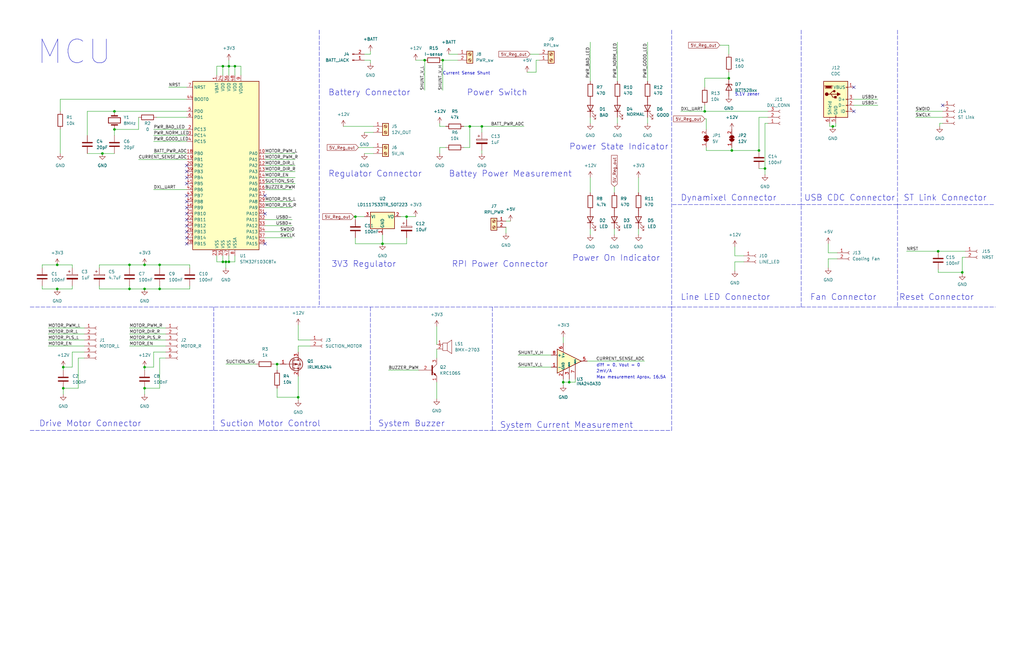
<source format=kicad_sch>
(kicad_sch (version 20211123) (generator eeschema)
  (paper "B")
  (title_block (title "2022_GSR_CLEANBOT"))
  (junction (at 67.31 111.76))
  (junction (at 60.96 121.92))
  (junction (at 99.06 27.94))
  (junction (at 48.26 46.99))
  (junction (at 179.07 25.4))
  (junction (at 54.61 121.92))
  (junction (at 308.61 63.5))
  (junction (at 43.18 64.77))
  (junction (at 203.2 53.34))
  (junction (at 96.52 110.49))
  (junction (at 186.69 25.4))
  (junction (at 48.26 54.61))
  (junction (at 161.29 102.87))
  (junction (at 320.04 63.5))
  (junction (at 95.25 110.49))
  (junction (at 237.49 161.29))
  (junction (at 24.13 111.76))
  (junction (at 26.67 154.94))
  (junction (at 307.34 33.02))
  (junction (at 26.67 163.83))
  (junction (at 240.03 161.29))
  (junction (at 60.96 154.94))
  (junction (at 54.61 111.76))
  (junction (at 96.52 27.94))
  (junction (at 322.58 71.12))
  (junction (at 93.98 27.94))
  (junction (at 171.45 91.44))
  (junction (at 405.765 114.935))
  (junction (at 116.84 153.67))
  (junction (at 67.31 121.92))
  (junction (at 125.73 167.64))
  (junction (at 93.98 110.49))
  (junction (at 149.86 91.44))
  (junction (at 60.96 163.83))
  (junction (at 24.13 121.92))
  (junction (at 395.605 106.045))
  (junction (at 351.155 53.34))
  (junction (at 198.12 53.34))
  (junction (at 60.96 111.76))
  (junction (at 297.18 46.99))
  (no_connect (at 78.74 102.87))
  (no_connect (at 78.74 72.39))
  (no_connect (at 78.74 97.79))
  (no_connect (at 111.76 82.55))
  (no_connect (at 78.74 100.33))
  (no_connect (at 397.51 44.45))
  (no_connect (at 111.76 90.17))
  (no_connect (at 78.74 90.17))
  (no_connect (at 78.74 69.85))
  (no_connect (at 360.045 36.83))
  (no_connect (at 360.045 46.99))
  (no_connect (at 78.74 87.63))
  (no_connect (at 78.74 95.25))
  (no_connect (at 78.74 82.55))
  (no_connect (at 78.74 74.93))
  (no_connect (at 78.74 92.71))
  (no_connect (at 78.74 77.47))
  (no_connect (at 111.76 102.87))
  (no_connect (at 78.74 85.09))
  (wire (pts (xy 185.42 52.07) (xy 185.42 53.34)))
  (wire (pts (xy 187.96 62.23) (xy 185.42 62.23)))
  (wire (pts (xy 313.69 110.49) (xy 309.88 110.49)))
  (wire (pts (xy 30.48 154.94) (xy 26.67 154.94)))
  (wire (pts (xy 54.61 143.51) (xy 69.85 143.51)))
  (wire (pts (xy 111.76 85.09) (xy 123.19 85.09)))
  (wire (pts (xy 240.03 161.29) (xy 242.57 161.29)))
  (wire (pts (xy 33.02 151.13) (xy 33.02 163.83)))
  (wire (pts (xy 161.29 102.87) (xy 171.45 102.87)))
  (wire (pts (xy 186.69 25.4) (xy 193.04 25.4)))
  (wire (pts (xy 111.76 92.71) (xy 123.19 92.71)))
  (wire (pts (xy 48.26 46.99) (xy 78.74 46.99)))
  (wire (pts (xy 33.02 163.83) (xy 26.67 163.83)))
  (wire (pts (xy 323.85 52.07) (xy 322.58 52.07)))
  (wire (pts (xy 64.77 54.61) (xy 78.74 54.61)))
  (wire (pts (xy 111.76 97.79) (xy 123.19 97.79)))
  (wire (pts (xy 223.52 22.86) (xy 227.33 22.86)))
  (wire (pts (xy 237.49 161.29) (xy 240.03 161.29)))
  (wire (pts (xy 386.08 46.99) (xy 397.51 46.99)))
  (wire (pts (xy 151.13 62.23) (xy 157.48 62.23)))
  (polyline (pts (xy 283.21 129.54) (xy 134.62 129.54)))
  (wire (pts (xy 320.04 71.12) (xy 322.58 71.12)))
  (wire (pts (xy 111.76 87.63) (xy 123.19 87.63)))
  (wire (pts (xy 168.91 91.44) (xy 171.45 91.44)))
  (wire (pts (xy 64.77 148.59) (xy 64.77 154.94)))
  (polyline (pts (xy 12.7 129.54) (xy 134.62 129.54)))
  (wire (pts (xy 269.24 74.93) (xy 269.24 81.28)))
  (wire (pts (xy 125.73 137.16) (xy 125.73 143.51)))
  (wire (pts (xy 60.96 121.92) (xy 54.61 121.92)))
  (wire (pts (xy 309.88 107.95) (xy 309.88 104.14)))
  (wire (pts (xy 48.26 54.61) (xy 48.26 57.15)))
  (wire (pts (xy 198.12 53.34) (xy 198.12 62.23)))
  (wire (pts (xy 96.52 25.4) (xy 96.52 27.94)))
  (wire (pts (xy 116.84 153.67) (xy 118.11 153.67)))
  (wire (pts (xy 360.045 41.91) (xy 370.205 41.91)))
  (wire (pts (xy 297.815 50.165) (xy 297.815 54.61)))
  (wire (pts (xy 125.73 167.64) (xy 125.73 158.75)))
  (wire (pts (xy 64.77 59.69) (xy 78.74 59.69)))
  (wire (pts (xy 218.44 154.94) (xy 232.41 154.94)))
  (wire (pts (xy 189.23 22.86) (xy 193.04 22.86)))
  (wire (pts (xy 20.32 146.05) (xy 35.56 146.05)))
  (wire (pts (xy 149.86 102.87) (xy 149.86 100.33)))
  (wire (pts (xy 48.26 54.61) (xy 58.42 54.61)))
  (wire (pts (xy 111.76 80.01) (xy 123.19 80.01)))
  (wire (pts (xy 71.12 36.83) (xy 78.74 36.83)))
  (wire (pts (xy 54.61 146.05) (xy 69.85 146.05)))
  (wire (pts (xy 60.96 156.21) (xy 60.96 154.94)))
  (wire (pts (xy 54.61 111.76) (xy 54.61 113.03)))
  (wire (pts (xy 308.61 63.5) (xy 320.04 63.5)))
  (wire (pts (xy 351.155 53.34) (xy 352.425 53.34)))
  (wire (pts (xy 237.49 160.02) (xy 237.49 161.29)))
  (wire (pts (xy 349.25 106.68) (xy 349.25 102.87)))
  (wire (pts (xy 156.21 21.59) (xy 156.21 22.86)))
  (wire (pts (xy 111.76 100.33) (xy 123.19 100.33)))
  (wire (pts (xy 308.61 63.5) (xy 308.61 62.23)))
  (wire (pts (xy 125.73 143.51) (xy 130.81 143.51)))
  (polyline (pts (xy 378.46 86.36) (xy 378.46 129.54)))
  (wire (pts (xy 99.06 27.94) (xy 101.6 27.94)))
  (wire (pts (xy 320.04 63.5) (xy 320.04 49.53)))
  (wire (pts (xy 80.01 111.76) (xy 80.01 113.03)))
  (polyline (pts (xy 337.82 86.36) (xy 283.21 86.36)))
  (wire (pts (xy 307.34 19.05) (xy 307.34 22.86)))
  (wire (pts (xy 26.67 156.21) (xy 26.67 154.94)))
  (wire (pts (xy 93.98 27.94) (xy 93.98 31.75)))
  (wire (pts (xy 91.44 110.49) (xy 93.98 110.49)))
  (wire (pts (xy 67.31 111.76) (xy 67.31 113.03)))
  (polyline (pts (xy 378.46 12.7) (xy 378.46 86.36)))
  (wire (pts (xy 111.76 95.25) (xy 123.19 95.25)))
  (wire (pts (xy 58.42 67.31) (xy 78.74 67.31)))
  (wire (pts (xy 66.04 49.53) (xy 78.74 49.53)))
  (wire (pts (xy 395.605 114.935) (xy 405.765 114.935)))
  (wire (pts (xy 195.58 53.34) (xy 198.12 53.34)))
  (wire (pts (xy 91.44 31.75) (xy 91.44 27.94)))
  (wire (pts (xy 161.29 102.87) (xy 149.86 102.87)))
  (wire (pts (xy 395.605 106.045) (xy 407.035 106.045)))
  (wire (pts (xy 248.92 96.52) (xy 248.92 99.06)))
  (wire (pts (xy 242.57 160.02) (xy 242.57 161.29)))
  (wire (pts (xy 149.86 91.44) (xy 149.86 92.71)))
  (wire (pts (xy 54.61 120.65) (xy 54.61 121.92)))
  (wire (pts (xy 237.49 142.24) (xy 237.49 144.78)))
  (wire (pts (xy 111.76 69.85) (xy 124.46 69.85)))
  (wire (pts (xy 91.44 27.94) (xy 93.98 27.94)))
  (wire (pts (xy 396.24 52.07) (xy 396.24 53.34)))
  (wire (pts (xy 30.48 148.59) (xy 30.48 154.94)))
  (wire (pts (xy 95.25 110.49) (xy 95.25 113.03)))
  (wire (pts (xy 203.2 53.34) (xy 220.98 53.34)))
  (wire (pts (xy 60.96 111.76) (xy 54.61 111.76)))
  (wire (pts (xy 36.83 46.99) (xy 36.83 57.15)))
  (wire (pts (xy 67.31 120.65) (xy 67.31 121.92)))
  (wire (pts (xy 149.86 91.44) (xy 153.67 91.44)))
  (wire (pts (xy 405.765 108.585) (xy 405.765 114.935)))
  (wire (pts (xy 67.31 111.76) (xy 80.01 111.76)))
  (wire (pts (xy 25.4 41.91) (xy 78.74 41.91)))
  (polyline (pts (xy 283.21 129.54) (xy 337.82 129.54)))
  (wire (pts (xy 111.76 74.93) (xy 124.46 74.93)))
  (wire (pts (xy 259.08 78.74) (xy 259.08 81.28)))
  (polyline (pts (xy 378.46 86.36) (xy 419.1 86.36)))
  (wire (pts (xy 93.98 110.49) (xy 95.25 110.49)))
  (wire (pts (xy 116.84 153.67) (xy 116.84 156.21)))
  (wire (pts (xy 163.83 156.21) (xy 176.53 156.21)))
  (wire (pts (xy 260.35 49.53) (xy 260.35 52.07)))
  (wire (pts (xy 41.91 121.92) (xy 54.61 121.92)))
  (wire (pts (xy 36.83 64.77) (xy 43.18 64.77)))
  (polyline (pts (xy 283.21 12.7) (xy 283.21 129.54)))
  (wire (pts (xy 287.02 46.99) (xy 297.18 46.99)))
  (wire (pts (xy 297.815 62.23) (xy 297.815 63.5)))
  (wire (pts (xy 386.08 49.53) (xy 397.51 49.53)))
  (wire (pts (xy 307.34 30.48) (xy 307.34 33.02)))
  (wire (pts (xy 397.51 52.07) (xy 396.24 52.07)))
  (wire (pts (xy 35.56 148.59) (xy 30.48 148.59)))
  (wire (pts (xy 60.96 163.83) (xy 60.96 166.37)))
  (wire (pts (xy 303.53 19.05) (xy 307.34 19.05)))
  (wire (pts (xy 80.01 120.65) (xy 80.01 121.92)))
  (wire (pts (xy 273.05 17.78) (xy 273.05 34.29)))
  (wire (pts (xy 186.69 25.4) (xy 186.69 38.1)))
  (wire (pts (xy 17.78 111.76) (xy 24.13 111.76)))
  (wire (pts (xy 297.18 44.45) (xy 297.18 46.99)))
  (wire (pts (xy 171.45 91.44) (xy 175.26 91.44)))
  (wire (pts (xy 297.18 46.99) (xy 323.85 46.99)))
  (polyline (pts (xy 337.82 129.54) (xy 337.82 86.36)))
  (wire (pts (xy 35.56 151.13) (xy 33.02 151.13)))
  (wire (pts (xy 96.52 27.94) (xy 96.52 31.75)))
  (wire (pts (xy 41.91 113.03) (xy 41.91 111.76)))
  (wire (pts (xy 349.885 53.34) (xy 349.885 52.07)))
  (wire (pts (xy 153.67 25.4) (xy 156.21 25.4)))
  (wire (pts (xy 185.42 53.34) (xy 187.96 53.34)))
  (wire (pts (xy 153.67 55.88) (xy 157.48 55.88)))
  (wire (pts (xy 93.98 27.94) (xy 96.52 27.94)))
  (wire (pts (xy 24.13 111.76) (xy 30.48 111.76)))
  (wire (pts (xy 273.05 49.53) (xy 273.05 52.07)))
  (wire (pts (xy 54.61 140.97) (xy 69.85 140.97)))
  (polyline (pts (xy 337.82 12.7) (xy 337.82 86.36)))
  (wire (pts (xy 260.35 17.78) (xy 260.35 34.29)))
  (wire (pts (xy 99.06 110.49) (xy 99.06 107.95)))
  (wire (pts (xy 64.77 154.94) (xy 60.96 154.94)))
  (wire (pts (xy 360.045 44.45) (xy 370.205 44.45)))
  (wire (pts (xy 353.06 109.22) (xy 349.25 109.22)))
  (wire (pts (xy 213.36 93.345) (xy 215.265 93.345)))
  (wire (pts (xy 179.07 25.4) (xy 179.07 38.1)))
  (polyline (pts (xy 90.17 181.61) (xy 156.21 181.61)))
  (wire (pts (xy 93.98 107.95) (xy 93.98 110.49)))
  (wire (pts (xy 101.6 27.94) (xy 101.6 31.75)))
  (wire (pts (xy 99.06 27.94) (xy 99.06 31.75)))
  (polyline (pts (xy 378.46 129.54) (xy 337.82 129.54)))
  (wire (pts (xy 41.91 120.65) (xy 41.91 121.92)))
  (wire (pts (xy 144.78 53.34) (xy 157.48 53.34)))
  (wire (pts (xy 309.88 110.49) (xy 309.88 114.3)))
  (wire (pts (xy 69.85 151.13) (xy 67.31 151.13)))
  (wire (pts (xy 60.96 111.76) (xy 67.31 111.76)))
  (polyline (pts (xy 207.645 181.61) (xy 207.645 129.54)))
  (wire (pts (xy 395.605 113.665) (xy 395.605 114.935)))
  (wire (pts (xy 218.44 149.86) (xy 232.41 149.86)))
  (wire (pts (xy 125.73 146.05) (xy 125.73 148.59)))
  (wire (pts (xy 69.85 148.59) (xy 64.77 148.59)))
  (wire (pts (xy 237.49 161.29) (xy 237.49 162.56)))
  (polyline (pts (xy 134.62 12.7) (xy 134.62 129.54)))
  (wire (pts (xy 405.765 114.935) (xy 405.765 115.57)))
  (wire (pts (xy 95.25 153.67) (xy 107.95 153.67)))
  (wire (pts (xy 125.73 167.64) (xy 125.73 168.91)))
  (wire (pts (xy 198.12 53.34) (xy 203.2 53.34)))
  (wire (pts (xy 226.06 25.4) (xy 226.06 30.48)))
  (polyline (pts (xy 283.21 181.61) (xy 283.21 129.54)))
  (wire (pts (xy 96.52 27.94) (xy 99.06 27.94)))
  (wire (pts (xy 111.76 77.47) (xy 124.46 77.47)))
  (wire (pts (xy 161.29 99.06) (xy 161.29 102.87)))
  (wire (pts (xy 171.45 91.44) (xy 171.45 92.71)))
  (wire (pts (xy 17.78 121.92) (xy 24.13 121.92)))
  (wire (pts (xy 111.76 67.31) (xy 124.46 67.31)))
  (wire (pts (xy 153.67 64.77) (xy 157.48 64.77)))
  (wire (pts (xy 407.035 108.585) (xy 405.765 108.585)))
  (wire (pts (xy 17.78 113.03) (xy 17.78 111.76)))
  (polyline (pts (xy 156.21 181.61) (xy 207.645 181.61)))
  (wire (pts (xy 25.4 41.91) (xy 25.4 46.99)))
  (wire (pts (xy 64.77 64.77) (xy 78.74 64.77)))
  (polyline (pts (xy 207.645 181.61) (xy 283.21 181.61)))
  (wire (pts (xy 247.65 152.4) (xy 271.78 152.4)))
  (wire (pts (xy 297.18 50.165) (xy 297.815 50.165)))
  (polyline (pts (xy 12.7 181.61) (xy 90.17 181.61)))
  (wire (pts (xy 248.92 49.53) (xy 248.92 52.07)))
  (wire (pts (xy 111.76 72.39) (xy 124.46 72.39)))
  (wire (pts (xy 156.21 25.4) (xy 156.21 26.67)))
  (wire (pts (xy 149.225 91.44) (xy 149.86 91.44)))
  (wire (pts (xy 175.26 25.4) (xy 179.07 25.4)))
  (wire (pts (xy 349.885 53.34) (xy 351.155 53.34)))
  (wire (pts (xy 48.26 46.99) (xy 36.83 46.99)))
  (polyline (pts (xy 337.82 86.36) (xy 378.46 86.36)))
  (polyline (pts (xy 90.17 129.54) (xy 90.17 181.61)))
  (wire (pts (xy 213.36 95.885) (xy 213.36 98.425)))
  (wire (pts (xy 111.76 64.77) (xy 124.46 64.77)))
  (wire (pts (xy 185.42 62.23) (xy 185.42 64.77)))
  (wire (pts (xy 116.84 167.64) (xy 125.73 167.64)))
  (wire (pts (xy 95.25 110.49) (xy 96.52 110.49)))
  (wire (pts (xy 259.08 96.52) (xy 259.08 99.06)))
  (wire (pts (xy 227.33 25.4) (xy 226.06 25.4)))
  (wire (pts (xy 115.57 153.67) (xy 116.84 153.67)))
  (wire (pts (xy 20.32 138.43) (xy 35.56 138.43)))
  (wire (pts (xy 353.06 106.68) (xy 349.25 106.68)))
  (wire (pts (xy 96.52 107.95) (xy 96.52 110.49)))
  (wire (pts (xy 184.15 147.32) (xy 184.15 151.13)))
  (wire (pts (xy 307.34 33.02) (xy 297.18 33.02)))
  (wire (pts (xy 64.77 80.01) (xy 78.74 80.01)))
  (wire (pts (xy 54.61 138.43) (xy 69.85 138.43)))
  (wire (pts (xy 269.24 96.52) (xy 269.24 99.06)))
  (wire (pts (xy 30.48 120.65) (xy 30.48 121.92)))
  (wire (pts (xy 248.92 17.78) (xy 248.92 34.29)))
  (wire (pts (xy 24.13 121.92) (xy 30.48 121.92)))
  (wire (pts (xy 313.69 107.95) (xy 309.88 107.95)))
  (wire (pts (xy 96.52 110.49) (xy 99.06 110.49)))
  (wire (pts (xy 26.67 163.83) (xy 26.67 166.37)))
  (wire (pts (xy 352.425 53.34) (xy 352.425 52.07)))
  (wire (pts (xy 30.48 111.76) (xy 30.48 113.03)))
  (polyline (pts (xy 378.46 129.54) (xy 419.735 129.54)))
  (wire (pts (xy 25.4 54.61) (xy 25.4 64.77)))
  (wire (pts (xy 116.84 163.83) (xy 116.84 167.64)))
  (wire (pts (xy 67.31 163.83) (xy 60.96 163.83)))
  (wire (pts (xy 184.15 161.29) (xy 184.15 168.275)))
  (wire (pts (xy 349.25 109.22) (xy 349.25 113.03)))
  (wire (pts (xy 382.27 106.045) (xy 395.605 106.045)))
  (wire (pts (xy 41.91 111.76) (xy 54.61 111.76)))
  (wire (pts (xy 20.32 140.97) (xy 35.56 140.97)))
  (wire (pts (xy 195.58 62.23) (xy 198.12 62.23)))
  (wire (pts (xy 240.03 161.29) (xy 240.03 160.02)))
  (wire (pts (xy 67.31 121.92) (xy 60.96 121.92)))
  (wire (pts (xy 153.67 22.86) (xy 156.21 22.86)))
  (wire (pts (xy 248.92 74.93) (xy 248.92 81.28)))
  (wire (pts (xy 322.58 52.07) (xy 322.58 71.12)))
  (wire (pts (xy 171.45 102.87) (xy 171.45 100.33)))
  (polyline (pts (xy 156.21 181.61) (xy 156.21 129.54)))
  (wire (pts (xy 222.25 30.48) (xy 226.06 30.48)))
  (wire (pts (xy 64.77 57.15) (xy 78.74 57.15)))
  (wire (pts (xy 203.2 64.77) (xy 203.2 63.5)))
  (wire (pts (xy 43.18 64.77) (xy 48.26 64.77)))
  (wire (pts (xy 80.01 121.92) (xy 67.31 121.92)))
  (wire (pts (xy 67.31 151.13) (xy 67.31 163.83)))
  (wire (pts (xy 184.15 137.795) (xy 184.15 145.415)))
  (wire (pts (xy 322.58 71.12) (xy 322.58 73.66)))
  (wire (pts (xy 297.18 33.02) (xy 297.18 36.83)))
  (wire (pts (xy 17.78 120.65) (xy 17.78 121.92)))
  (wire (pts (xy 130.81 146.05) (xy 125.73 146.05)))
  (wire (pts (xy 91.44 107.95) (xy 91.44 110.49)))
  (wire (pts (xy 203.2 53.34) (xy 203.2 55.88)))
  (wire (pts (xy 320.04 49.53) (xy 323.85 49.53)))
  (wire (pts (xy 297.815 63.5) (xy 308.61 63.5)))
  (wire (pts (xy 20.32 143.51) (xy 35.56 143.51)))
  (wire (pts (xy 58.42 54.61) (xy 58.42 49.53)))
  (text "Suction Motor Control" (at 92.71 180.34 0) (effects (font (size 2.54 2.54)) (justify left bottom)))
  (text "Max mesurement Aprox. 16.5A" (at 251.46 160.02 0) (effects (font (size 1.27 1.27)) (justify left bottom)))
  (text "Battey Power Measurement" (at 189.23 74.93 0) (effects (font (size 2.54 2.54)) (justify left bottom)))
  (text "3V3 Regulator" (at 139.7 113.03 0) (effects (font (size 2.54 2.54)) (justify left bottom)))
  (text "Battery Connector" (at 138.43 40.64 0) (effects (font (size 2.54 2.54)) (justify left bottom)))
  (text "Reset Connector" (at 379.095 127 0) (effects (font (size 2.54 2.54)) (justify left bottom)))
  (text "Regulator Connector" (at 138.43 74.93 0) (effects (font (size 2.54 2.54)) (justify left bottom)))
  (text "ST Link Connector" (at 381 85.09 0) (effects (font (size 2.54 2.54)) (justify left bottom)))
  (text "Power On Indicator" (at 241.3 110.49 0) (effects (font (size 2.54 2.54)) (justify left bottom)))
  (text "MCU" (at 15.24 27.94 0) (effects (font (size 10 10)) (justify left bottom)))
  (text "RPI Power Connector" (at 190.5 113.03 0) (effects (font (size 2.54 2.54)) (justify left bottom)))
  (text "Fan Connector" (at 341.63 127 0) (effects (font (size 2.54 2.54)) (justify left bottom)))
  (text "Power Switch" (at 196.85 40.64 0) (effects (font (size 2.54 2.54)) (justify left bottom)))
  (text "Current Sense Shunt" (at 186.69 31.75 0) (effects (font (size 1.27 1.27)) (justify left bottom)))
  (text "System Current Measurement" (at 210.82 180.975 0) (effects (font (size 2.54 2.54)) (justify left bottom)))
  (text "System Buzzer" (at 159.385 180.34 0) (effects (font (size 2.54 2.54)) (justify left bottom)))
  (text "2mV/A" (at 251.46 157.48 0) (effects (font (size 1.27 1.27)) (justify left bottom)))
  (text "diff = 0, Vout = 0" (at 251.46 154.94 0) (effects (font (size 1.27 1.27)) (justify left bottom)))
  (text "Power State Indicator" (at 240.03 63.5 0) (effects (font (size 2.54 2.54)) (justify left bottom)))
  (text "Drive Motor Connector" (at 16.51 180.34 0) (effects (font (size 2.54 2.54)) (justify left bottom)))
  (text "Dynamixel Connector" (at 287.02 85.09 0) (effects (font (size 2.54 2.54)) (justify left bottom)))
  (text "Line LED Connector" (at 287.02 127 0) (effects (font (size 2.54 2.54)) (justify left bottom)))
  (text "USB CDC Connector" (at 339.09 85.09 0) (effects (font (size 2.54 2.54)) (justify left bottom)))
  (text "5.1V zener" (at 309.88 40.64 0) (effects (font (size 1.27 1.27)) (justify left bottom)))
  (label "SWDIO" (at 386.08 46.99 0))
  (label "PWR_GOOD_LED" (at 273.05 33.02 90))
  (label "MOTOR_DIR_L" (at 111.76 69.85 0))
  (label "MOTOR_PWM_L" (at 111.76 64.77 0))
  (label "MOTOR_DIR_R" (at 54.61 140.97 0))
  (label "BUZZER_PWM" (at 111.76 80.01 0))
  (label "PWR_NORM_LED" (at 64.77 57.15 0))
  (label "NRST" (at 382.27 106.045 0))
  (label "USBD-" (at 123.19 92.71 180))
  (label "SUCTION_SIG" (at 111.76 77.47 0))
  (label "SWDIO" (at 118.11 97.79 0))
  (label "USBD-" (at 370.205 44.45 180))
  (label "PWR_GOOD_LED" (at 64.77 59.69 0))
  (label "SUCTION_SIG" (at 95.25 153.67 0))
  (label "CURRENT_SENSE_ADC" (at 271.78 152.4 180))
  (label "MOTOR_PLS_L" (at 20.32 143.51 0))
  (label "USBD+" (at 123.19 95.25 180))
  (label "MOTOR_PWM_R" (at 111.76 67.31 0))
  (label "MOTOR_EN" (at 111.76 74.93 0))
  (label "PWR_BAD_LED" (at 248.92 33.02 90))
  (label "DXL_UART" (at 64.77 80.01 0))
  (label "MOTOR_PLS_R" (at 54.61 143.51 0))
  (label "SHUNT_V_L" (at 218.44 154.94 0))
  (label "DXL_UART" (at 287.02 46.99 0))
  (label "SWCLK" (at 118.11 100.33 0))
  (label "NRST" (at 71.12 36.83 0))
  (label "MOTOR_PLS_L" (at 111.76 85.09 0))
  (label "USBD+" (at 370.205 41.91 180))
  (label "BATT_PWR_ADC" (at 64.77 64.77 0))
  (label "SHUNT_V_H" (at 186.69 38.1 90))
  (label "BATT_PWR_ADC" (at 207.01 53.34 0))
  (label "SWCLK" (at 386.08 49.53 0))
  (label "SHUNT_V_H" (at 218.44 149.86 0))
  (label "MOTOR_EN" (at 54.61 146.05 0))
  (label "MOTOR_DIR_L" (at 20.32 140.97 0))
  (label "MOTOR_PWM_R" (at 54.61 138.43 0))
  (label "CURRENT_SENSE_ADC" (at 58.42 67.31 0))
  (label "MOTOR_PLS_R" (at 111.76 87.63 0))
  (label "PWR_BAD_LED" (at 64.77 54.61 0))
  (label "MOTOR_DIR_R" (at 111.76 72.39 0))
  (label "PWR_NORM_LED" (at 260.35 33.02 90))
  (label "MOTOR_PWM_L" (at 20.32 138.43 0))
  (label "SHUNT_V_L" (at 179.07 38.1 90))
  (label "BUZZER_PWM" (at 163.83 156.21 0))
  (label "MOTOR_EN" (at 20.32 146.05 0))
  (global_label "5V_Reg_out" (shape input) (at 151.13 62.23 180) (property "Intersheet References" "${INTERSHEET_REFS}" (effects hide)))
  (global_label "5V_Reg_out" (shape input) (at 259.08 78.74 90) (property "Intersheet References" "${INTERSHEET_REFS}" (effects hide)))
  (global_label "5V_Reg_out" (shape input) (at 223.52 22.86 180) (property "Intersheet References" "${INTERSHEET_REFS}" (effects hide)))
  (global_label "5V_Reg_out" (shape input) (at 149.225 91.44 180) (property "Intersheet References" "${INTERSHEET_REFS}" (effects hide)))
  (global_label "5V_Reg_out" (shape input) (at 297.18 50.165 180) (property "Intersheet References" "${INTERSHEET_REFS}" (effects hide)))
  (global_label "5V_Reg_out" (shape input) (at 303.53 19.05 180) (property "Intersheet References" "${INTERSHEET_REFS}" (effects hide)))
  (symbol (lib_id "Device:LED") (at 269.24 92.71 90) (unit 1)
    (property "Reference" "D5" (at 273.05 93.0274 90) (effects (justify right)))
    (property "Value" "LED" (at 273.05 95.5674 90) (effects (justify right)))
    (property "Footprint" "LED_SMD:LED_0603_1608Metric_Pad1.05x0.95mm_HandSolder" (effects hide))
  )
  (symbol (lib_id "power:+3.3V") (at 269.24 74.93 0) (unit 1)
    (property "Reference" "#PWR039" (effects hide))
    (property "Value" "+3.3V" (at 269.24 69.85 0))
  )
  (symbol (lib_id "Device:R") (at 259.08 85.09 0) (unit 1)
    (property "Reference" "R9" (at 261.62 83.8199 0) (effects (justify left)))
    (property "Value" "470" (at 261.62 86.3599 0) (effects (justify left)))
    (property "Footprint" "Resistor_SMD:R_0603_1608Metric_Pad0.98x0.95mm_HandSolder" (effects hide))
  )
  (symbol (lib_id "power:GND") (at 95.25 113.03 0) (unit 1)
    (property "Reference" "#PWR011" (effects hide))
    (property "Value" "GND" (at 95.25 118.11 0))
  )
  (symbol (lib_id "Device:R") (at 260.35 38.1 0) (unit 1)
    (property "Reference" "R10" (at 262.89 36.8299 0) (effects (justify left)))
    (property "Value" "470" (at 262.89 39.3699 0) (effects (justify left)))
    (property "Footprint" "Resistor_SMD:R_0603_1608Metric_Pad0.98x0.95mm_HandSolder" (effects hide))
  )
  (symbol (lib_id "power:GND") (at 307.34 40.64 0) (unit 1)
    (property "Reference" "#PWR044" (effects hide))
    (property "Value" "GND" (at 307.34 45.72 0))
  )
  (symbol (lib_id "power:+12V") (at 185.42 52.07 0) (unit 1)
    (property "Reference" "#PWR025" (effects hide))
    (property "Value" "+12V" (at 185.42 46.99 0))
  )
  (symbol (lib_id "Device:C") (at 80.01 116.84 0) (unit 1)
    (property "Reference" "C10" (at 83.82 115.5699 0) (effects (justify left)))
    (property "Value" "100nF" (at 83.82 118.1099 0) (effects (justify left)))
    (property "Footprint" "Capacitor_SMD:C_0603_1608Metric_Pad1.08x0.95mm_HandSolder" (effects hide))
  )
  (symbol (lib_id "power:+5V") (at 349.25 102.87 0) (unit 1)
    (property "Reference" "#PWR049" (effects hide))
    (property "Value" "+5V" (at 349.25 97.79 0))
  )
  (symbol (lib_id "Device:R") (at 25.4 50.8 0) (unit 1)
    (property "Reference" "R1" (at 27.94 49.5299 0) (effects (justify left)))
    (property "Value" "10k" (at 27.94 52.0699 0) (effects (justify left)))
    (property "Footprint" "Resistor_SMD:R_0603_1608Metric_Pad0.98x0.95mm_HandSolder" (effects hide))
  )
  (symbol (lib_id "Connector:Conn_01x02_Male") (at 148.59 25.4 0) (mirror x) (unit 1)
    (property "Reference" "J4" (at 147.32 22.8599 0) (effects (justify right)))
    (property "Value" "BATT_JACK" (at 147.32 25.3999 0) (effects (justify right)))
    (property "Footprint" "Connector_AMASS:AMASS_XT30U-F_1x02_P5.0mm_Vertical" (effects hide))
  )
  (symbol (lib_id "Diode:BZT52Bxx") (at 307.34 36.83 270) (unit 1)
    (property "Reference" "D7" (at 309.88 35.5599 90) (effects (justify left)))
    (property "Value" "BZT52Bxx" (at 309.88 38.0999 90) (effects (justify left)))
    (property "Footprint" "Diode_SMD:D_SOD-123F" (effects hide))
    (property "Datasheet" "https://diotec.com/tl_files/diotec/files/pdf/datasheets/bzt52b2v4.pdf" (effects hide))
  )
  (symbol (lib_id "power:+BATT") (at 156.21 21.59 0) (unit 1)
    (property "Reference" "#PWR019" (effects hide))
    (property "Value" "+BATT" (at 156.21 16.51 0))
  )
  (symbol (lib_id "Connector:Conn_01x03_Female") (at 328.93 49.53 0) (mirror x) (unit 1)
    (property "Reference" "J11" (at 328.295 41.91 0))
    (property "Value" "DXL_CONN" (at 328.295 44.45 0))
    (property "Footprint" "Connector_Molex:Molex_SPOX_5267-03A_1x03_P2.50mm_Vertical" (effects hide))
  )
  (symbol (lib_id "Device:LED") (at 248.92 45.72 90) (unit 1)
    (property "Reference" "D1" (at 252.73 46.0374 90) (effects (justify right)))
    (property "Value" "BAD" (at 252.73 48.5774 90) (effects (justify right)))
    (property "Footprint" "LED_SMD:LED_0603_1608Metric_Pad1.05x0.95mm_HandSolder" (effects hide))
  )
  (symbol (lib_id "Connector:Screw_Terminal_01x02") (at 208.28 93.345 0) (mirror y) (unit 1)
    (property "Reference" "J7" (at 208.28 86.995 0))
    (property "Value" "RPI_PWR" (at 208.28 89.535 0))
    (property "Footprint" "Connector_Molex:Molex_Mini-Fit_Jr_5566-02A_2x01_P4.20mm_Vertical" (effects hide))
  )
  (symbol (lib_id "power:+3V3") (at 24.13 111.76 0) (unit 1)
    (property "Reference" "#PWR01" (effects hide))
    (property "Value" "+3V3" (at 24.13 106.68 0))
  )
  (symbol (lib_id "power:+12V") (at 248.92 74.93 0) (unit 1)
    (property "Reference" "#PWR034" (effects hide))
    (property "Value" "+12V" (at 248.92 69.85 0))
  )
  (symbol (lib_id "power:GND") (at 161.29 102.87 0) (unit 1)
    (property "Reference" "#PWR021" (effects hide))
    (property "Value" "GND" (at 161.29 107.95 0))
  )
  (symbol (lib_id "Device:LED") (at 273.05 45.72 90) (unit 1)
    (property "Reference" "D6" (at 276.86 46.0374 90) (effects (justify right)))
    (property "Value" "GOOD" (at 276.86 48.5774 90) (effects (justify right)))
    (property "Footprint" "LED_SMD:LED_0603_1608Metric_Pad1.05x0.95mm_HandSolder" (effects hide))
  )
  (symbol (lib_id "Device:R") (at 307.34 26.67 0) (unit 1)
    (property "Reference" "R14" (at 309.88 25.3999 0) (effects (justify left)))
    (property "Value" "160" (at 309.88 27.9399 0) (effects (justify left)))
    (property "Footprint" "Resistor_SMD:R_0603_1608Metric_Pad0.98x0.95mm_HandSolder" (effects hide))
  )
  (symbol (lib_id "Connector:Conn_01x04_Female") (at 402.59 46.99 0) (unit 1)
    (property "Reference" "J14" (at 403.86 46.9899 0) (effects (justify left)))
    (property "Value" "ST Link" (at 403.86 49.5299 0) (effects (justify left)))
    (property "Footprint" "myFootprint:5045-04" (effects hide))
  )
  (symbol (lib_id "Connector:Conn_01x02_Female") (at 412.115 106.045 0) (unit 1)
    (property "Reference" "J15" (at 414.02 106.0449 0) (effects (justify left)))
    (property "Value" "NRST" (at 414.02 108.5849 0) (effects (justify left)))
    (property "Footprint" "Connector_Molex:Molex_SPOX_5267-02A_1x02_P2.50mm_Vertical" (effects hide))
  )
  (symbol (lib_id "power:GND") (at 26.67 166.37 0) (unit 1)
    (property "Reference" "#PWR05" (effects hide))
    (property "Value" "GND" (at 26.67 171.45 0))
  )
  (symbol (lib_id "Device:R") (at 182.88 25.4 90) (unit 1)
    (property "Reference" "R15" (at 182.88 20.32 90))
    (property "Value" "I-sense" (at 182.88 22.86 90))
    (property "Footprint" "myFootprint:Shunt_6.3x3.3mm_SMD" (effects hide))
  )
  (symbol (lib_id "Connector:Screw_Terminal_01x02") (at 198.12 22.86 0) (unit 1)
    (property "Reference" "J8" (at 200.66 22.8599 0) (effects (justify left)))
    (property "Value" "PWR_sw" (at 200.66 25.3999 0) (effects (justify left)))
    (property "Footprint" "Connector_Molex:Molex_Mini-Fit_Jr_5566-02A_2x01_P4.20mm_Vertical" (effects hide))
  )
  (symbol (lib_id "power:+5V") (at 215.265 93.345 0) (unit 1)
    (property "Reference" "#PWR031" (effects hide))
    (property "Value" "+5V" (at 215.265 88.265 0))
  )
  (symbol (lib_id "Device:C_Polarized") (at 203.2 59.69 0) (unit 1)
    (property "Reference" "C13" (at 207.01 57.5309 0) (effects (justify left)))
    (property "Value" "1uF" (at 207.01 60.0709 0) (effects (justify left)))
    (property "Footprint" "Capacitor_Tantalum_SMD:CP_EIA-3216-18_Kemet-A" (effects hide))
  )
  (symbol (lib_id "power:GND") (at 24.13 121.92 0) (unit 1)
    (property "Reference" "#PWR02" (effects hide))
    (property "Value" "GND" (at 24.13 127 0))
  )
  (symbol (lib_id "power:GND") (at 396.24 53.34 0) (unit 1)
    (property "Reference" "#PWR052" (effects hide))
    (property "Value" "GND" (at 396.24 58.42 0))
  )
  (symbol (lib_id "Jumper:SolderJumper_2_Bridged") (at 297.815 58.42 90) (unit 1)
    (property "Reference" "JP1" (at 300.355 57.1499 90) (effects (justify right)))
    (property "Value" "5V" (at 300.355 59.6899 90) (effects (justify right)))
    (property "Footprint" "Jumper:SolderJumper-2_P1.3mm_Open_RoundedPad1.0x1.5mm" (effects hide))
  )
  (symbol (lib_id "power:GND") (at 25.4 64.77 0) (unit 1)
    (property "Reference" "#PWR03" (effects hide))
    (property "Value" "GND" (at 25.4 69.85 0))
  )
  (symbol (lib_id "Device:C") (at 36.83 60.96 0) (unit 1)
    (property "Reference" "C4" (at 40.64 59.6899 0) (effects (justify left)))
    (property "Value" "20pF" (at 40.64 62.2299 0) (effects (justify left)))
    (property "Footprint" "Capacitor_SMD:C_0603_1608Metric_Pad1.08x0.95mm_HandSolder" (effects hide))
  )
  (symbol (lib_id "power:GND") (at 248.92 99.06 0) (unit 1)
    (property "Reference" "#PWR035" (effects hide))
    (property "Value" "GND" (at 248.92 104.14 0))
  )
  (symbol (lib_id "power:GND") (at 405.765 115.57 0) (unit 1)
    (property "Reference" "#PWR0101" (effects hide))
    (property "Value" "GND" (at 405.765 120.015 0))
  )
  (symbol (lib_id "Device:R") (at 248.92 85.09 0) (unit 1)
    (property "Reference" "R8" (at 251.46 83.8199 0) (effects (justify left)))
    (property "Value" "4.7k" (at 251.46 86.3599 0) (effects (justify left)))
    (property "Footprint" "Resistor_SMD:R_0603_1608Metric_Pad0.98x0.95mm_HandSolder" (effects hide))
  )
  (symbol (lib_id "Device:R") (at 111.76 153.67 90) (unit 1)
    (property "Reference" "R3" (at 111.76 147.32 90))
    (property "Value" "1k" (at 111.76 149.86 90))
    (property "Footprint" "Resistor_SMD:R_0603_1608Metric_Pad0.98x0.95mm_HandSolder" (effects hide))
  )
  (symbol (lib_id "Regulator_Linear:LD1117S33TR_SOT223") (at 161.29 91.44 0) (unit 1)
    (property "Reference" "U2" (at 161.29 83.82 0))
    (property "Value" "LD1117S33TR_SOT223" (at 161.29 86.36 0))
    (property "Footprint" "Package_TO_SOT_SMD:SOT-223-3_TabPin2" (effects hide))
    (property "Datasheet" "http://www.st.com/st-web-ui/static/active/en/resource/technical/document/datasheet/CD00000544.pdf" (effects hide))
  )
  (symbol (lib_id "power:+12V") (at 175.26 25.4 0) (unit 1)
    (property "Reference" "#PWR028" (effects hide))
    (property "Value" "+12V" (at 175.26 20.32 0))
  )
  (symbol (lib_id "power:GND") (at 125.73 168.91 0) (unit 1)
    (property "Reference" "#PWR014" (effects hide))
    (property "Value" "GND" (at 125.73 173.99 0))
  )
  (symbol (lib_id "Device:C") (at 320.04 67.31 180) (unit 1)
    (property "Reference" "C14" (at 323.85 66.0399 0) (effects (justify right)))
    (property "Value" "100nF" (at 323.85 68.5799 0) (effects (justify right)))
    (property "Footprint" "Capacitor_SMD:C_0603_1608Metric_Pad1.08x0.95mm_HandSolder" (effects hide))
  )
  (symbol (lib_id "power:+12V") (at 144.78 53.34 0) (unit 1)
    (property "Reference" "#PWR015" (effects hide))
    (property "Value" "+12V" (at 144.78 48.26 0))
  )
  (symbol (lib_id "power:GND") (at 273.05 52.07 0) (unit 1)
    (property "Reference" "#PWR041" (effects hide))
    (property "Value" "GND" (at 273.05 57.15 0))
  )
  (symbol (lib_id "power:+3.3V") (at 237.49 142.24 0) (unit 1)
    (property "Reference" "#PWR053" (effects hide))
    (property "Value" "+3.3V" (at 237.49 137.16 0))
  )
  (symbol (lib_id "power:GND") (at 60.96 166.37 0) (unit 1)
    (property "Reference" "#PWR010" (effects hide))
    (property "Value" "GND" (at 60.96 171.45 0))
  )
  (symbol (lib_id "power:+12V") (at 60.96 154.94 0) (unit 1)
    (property "Reference" "#PWR09" (effects hide))
    (property "Value" "+12V" (at 60.96 149.86 0))
  )
  (symbol (lib_id "Device:Crystal") (at 48.26 50.8 90) (unit 1)
    (property "Reference" "Y1" (at 52.07 49.5299 90) (effects (justify right)))
    (property "Value" "8MHz" (at 52.07 52.0699 90) (effects (justify right)))
    (property "Footprint" "myFootprint:ATS-SMD Crystal" (effects hide))
  )
  (symbol (lib_id "Device:R") (at 191.77 62.23 90) (unit 1)
    (property "Reference" "R6" (at 191.77 55.88 90))
    (property "Value" "10k" (at 191.77 58.42 90))
    (property "Footprint" "Resistor_SMD:R_0603_1608Metric_Pad0.98x0.95mm_HandSolder" (effects hide))
  )
  (symbol (lib_id "power:GND") (at 322.58 73.66 0) (unit 1)
    (property "Reference" "#PWR048" (effects hide))
    (property "Value" "GND" (at 322.58 78.74 0))
  )
  (symbol (lib_id "Device:C_Polarized") (at 171.45 96.52 0) (unit 1)
    (property "Reference" "C12" (at 175.26 94.3609 0) (effects (justify left)))
    (property "Value" "10uF" (at 175.26 96.9009 0) (effects (justify left)))
    (property "Footprint" "Capacitor_Tantalum_SMD:CP_EIA-3216-18_Kemet-A" (effects hide))
  )
  (symbol (lib_id "power:+5V") (at 222.25 30.48 0) (unit 1)
    (property "Reference" "#PWR029" (effects hide))
    (property "Value" "+5V" (at 222.25 25.4 0))
  )
  (symbol (lib_id "Connector:Conn_01x06_Female") (at 74.93 143.51 0) (unit 1)
    (property "Reference" "J2" (at 76.2 143.5099 0) (effects (justify left)))
    (property "Value" "MOTOR_R" (at 76.2 146.0499 0) (effects (justify left)))
    (property "Footprint" "Connector_Molex:Molex_SPOX_5267-06A_1x06_P2.50mm_Vertical" (effects hide))
  )
  (symbol (lib_id "power:+12V") (at 308.61 54.61 0) (unit 1)
    (property "Reference" "#PWR045" (effects hide))
    (property "Value" "+12V" (at 308.61 49.53 0))
  )
  (symbol (lib_id "Device:C") (at 17.78 116.84 0) (mirror y) (unit 1)
    (property "Reference" "C1" (at 21.59 115.5699 0) (effects (justify right)))
    (property "Value" "100nF" (at 21.59 118.11 0) (effects (justify right)))
    (property "Footprint" "Capacitor_SMD:C_0603_1608Metric_Pad1.08x0.95mm_HandSolder" (effects hide))
  )
  (symbol (lib_id "power:+12V") (at 26.67 154.94 0) (unit 1)
    (property "Reference" "#PWR04" (effects hide))
    (property "Value" "+12V" (at 26.67 149.86 0))
  )
  (symbol (lib_id "Device:C_Polarized") (at 30.48 116.84 0) (unit 1)
    (property "Reference" "C3" (at 34.29 114.6809 0) (effects (justify left)))
    (property "Value" "1uF" (at 34.29 117.2209 0) (effects (justify left)))
    (property "Footprint" "Capacitor_Tantalum_SMD:CP_EIA-3216-18_Kemet-A" (effects hide))
  )
  (symbol (lib_id "Device:C") (at 54.61 116.84 0) (unit 1)
    (property "Reference" "C7" (at 58.42 115.5699 0) (effects (justify left)))
    (property "Value" "100nF" (at 58.42 118.1099 0) (effects (justify left)))
    (property "Footprint" "Capacitor_SMD:C_0603_1608Metric_Pad1.08x0.95mm_HandSolder" (effects hide))
  )
  (symbol (lib_id "power:+3.3V") (at 175.26 91.44 0) (unit 1)
    (property "Reference" "#PWR022" (effects hide))
    (property "Value" "+3.3V" (at 175.26 86.36 0))
  )
  (symbol (lib_id "power:GND") (at 259.08 99.06 0) (unit 1)
    (property "Reference" "#PWR037" (effects hide))
    (property "Value" "GND" (at 259.08 104.14 0))
  )
  (symbol (lib_id "power:GND") (at 203.2 64.77 0) (unit 1)
    (property "Reference" "#PWR032" (effects hide))
    (property "Value" "GND" (at 203.2 69.85 0))
  )
  (symbol (lib_id "power:GND") (at 309.88 114.3 0) (unit 1)
    (property "Reference" "#PWR047" (effects hide))
    (property "Value" "GND" (at 309.88 119.38 0))
  )
  (symbol (lib_id "Device:LED") (at 260.35 45.72 90) (unit 1)
    (property "Reference" "D4" (at 264.16 46.0374 90) (effects (justify right)))
    (property "Value" "NORMAL" (at 264.16 48.26 90) (effects (justify right)))
    (property "Footprint" "LED_SMD:LED_0603_1608Metric_Pad1.05x0.95mm_HandSolder" (effects hide))
  )
  (symbol (lib_id "power:GND") (at 156.21 26.67 0) (unit 1)
    (property "Reference" "#PWR020" (effects hide))
    (property "Value" "GND" (at 156.21 31.75 0))
  )
  (symbol (lib_id "Connector:Conn_01x06_Female") (at 40.64 143.51 0) (unit 1)
    (property "Reference" "J1" (at 41.91 143.5099 0) (effects (justify left)))
    (property "Value" "MOTOR_L" (at 41.91 146.0499 0) (effects (justify left)))
    (property "Footprint" "Connector_Molex:Molex_SPOX_5267-06A_1x06_P2.50mm_Vertical" (effects hide))
  )
  (symbol (lib_id "Device:C") (at 395.605 109.855 0) (unit 1)
    (property "Reference" "C15" (at 398.78 108.5849 0) (effects (justify left)))
    (property "Value" "100nF" (at 398.78 111.1249 0) (effects (justify left)))
    (property "Footprint" "Capacitor_SMD:C_0603_1608Metric_Pad1.08x0.95mm_HandSolder" (effects hide))
  )
  (symbol (lib_id "power:GND") (at 351.155 53.34 0) (unit 1)
    (property "Reference" "#PWR051" (effects hide))
    (property "Value" "GND" (at 351.155 58.42 0))
  )
  (symbol (lib_id "Device:C") (at 48.26 60.96 0) (unit 1)
    (property "Reference" "C6" (at 52.07 59.6899 0) (effects (justify left)))
    (property "Value" "20pF" (at 52.07 62.2299 0) (effects (justify left)))
    (property "Footprint" "Capacitor_SMD:C_0603_1608Metric_Pad1.08x0.95mm_HandSolder" (effects hide))
  )
  (symbol (lib_id "Connector:Conn_01x02_Female") (at 135.89 143.51 0) (unit 1)
    (property "Reference" "J3" (at 137.16 143.5099 0) (effects (justify left)))
    (property "Value" "SUCTION_MOTOR" (at 137.16 146.0499 0) (effects (justify left)))
    (property "Footprint" "Connector_Molex:Molex_SPOX_5267-02A_1x02_P2.50mm_Vertical" (effects hide))
  )
  (symbol (lib_id "Device:R") (at 116.84 160.02 0) (unit 1)
    (property "Reference" "R4" (at 119.38 158.7499 0) (effects (justify left)))
    (property "Value" "10k" (at 119.38 161.2899 0) (effects (justify left)))
    (property "Footprint" "Resistor_SMD:R_0603_1608Metric_Pad0.98x0.95mm_HandSolder" (effects hide))
  )
  (symbol (lib_id "power:+12V") (at 309.88 104.14 0) (unit 1)
    (property "Reference" "#PWR046" (effects hide))
    (property "Value" "+12V" (at 309.88 99.06 0))
  )
  (symbol (lib_id "Connector:Conn_01x02_Female") (at 318.77 107.95 0) (unit 1)
    (property "Reference" "J10" (at 320.04 107.9499 0) (effects (justify left)))
    (property "Value" "LINE_LED" (at 320.04 110.4899 0) (effects (justify left)))
    (property "Footprint" "Connector_Molex:Molex_SPOX_5267-02A_1x02_P2.50mm_Vertical" (effects hide))
  )
  (symbol (lib_id "Device:R") (at 269.24 85.09 0) (unit 1)
    (property "Reference" "R11" (at 271.78 83.8199 0) (effects (justify left)))
    (property "Value" "470" (at 271.78 86.3599 0) (effects (justify left)))
    (property "Footprint" "Resistor_SMD:R_0603_1608Metric_Pad0.98x0.95mm_HandSolder" (effects hide))
  )
  (symbol (lib_id "power:GND") (at 153.67 55.88 0) (unit 1)
    (property "Reference" "#PWR017" (effects hide))
    (property "Value" "GND" (at 153.67 60.96 0))
  )
  (symbol (lib_id "power:GND") (at 185.42 64.77 0) (unit 1)
    (property "Reference" "#PWR026" (effects hide))
    (property "Value" "GND" (at 185.42 69.85 0))
  )
  (symbol (lib_id "Device:LED") (at 259.08 92.71 90) (unit 1)
    (property "Reference" "D3" (at 262.89 93.0274 90) (effects (justify right)))
    (property "Value" "LED" (at 262.89 95.5674 90) (effects (justify right)))
    (property "Footprint" "LED_SMD:LED_0603_1608Metric_Pad1.05x0.95mm_HandSolder" (effects hide))
  )
  (symbol (lib_id "power:GND") (at 213.36 98.425 0) (unit 1)
    (property "Reference" "#PWR027" (effects hide))
    (property "Value" "GND" (at 213.36 103.505 0))
  )
  (symbol (lib_id "mySymbol:IRLML6244") (at 125.73 153.67 0) (unit 1)
    (property "Reference" "Q1" (at 129.54 152.3999 0) (effects (justify left)))
    (property "Value" "IRLML6244" (at 129.54 154.9399 0) (effects (justify left)))
    (property "Footprint" "Package_TO_SOT_SMD:SOT-23" (effects hide))
    (property "Datasheet" "https://www.infineon.com/dgdl/irlml6244pbf.pdf?fileId=5546d462533600a4015356686fed261f" (effects hide))
  )
  (symbol (lib_id "Device:C") (at 149.86 96.52 0) (unit 1)
    (property "Reference" "C11" (at 153.67 95.2499 0) (effects (justify left)))
    (property "Value" "100nF" (at 153.67 97.7899 0) (effects (justify left)))
    (property "Footprint" "Capacitor_SMD:C_0603_1608Metric_Pad1.08x0.95mm_HandSolder" (effects hide))
  )
  (symbol (lib_id "power:GND") (at 237.49 162.56 0) (unit 1)
    (property "Reference" "#PWR054" (effects hide))
    (property "Value" "GND" (at 237.49 167.64 0))
  )
  (symbol (lib_id "Device:R") (at 297.18 40.64 0) (unit 1)
    (property "Reference" "R13" (at 299.72 39.3699 0) (effects (justify left)))
    (property "Value" "10k" (at 299.72 41.9099 0) (effects (justify left)))
    (property "Footprint" "Resistor_SMD:R_0603_1608Metric_Pad0.98x0.95mm_HandSolder" (effects hide))
  )
  (symbol (lib_id "power:GND") (at 184.15 168.275 0) (unit 1)
    (property "Reference" "#PWR024" (effects hide))
    (property "Value" "GND" (at 184.15 173.355 0))
  )
  (symbol (lib_id "Device:C_Polarized") (at 41.91 116.84 0) (unit 1)
    (property "Reference" "C5" (at 45.72 114.6809 0) (effects (justify left)))
    (property "Value" "4.7uF" (at 45.72 117.2209 0) (effects (justify left)))
    (property "Footprint" "Capacitor_Tantalum_SMD:CP_EIA-3216-18_Kemet-A" (effects hide))
  )
  (symbol (lib_id "power:GND") (at 60.96 121.92 0) (unit 1)
    (property "Reference" "#PWR08" (effects hide))
    (property "Value" "GND" (at 60.96 127 0))
  )
  (symbol (lib_id "power:GND") (at 248.92 52.07 0) (unit 1)
    (property "Reference" "#PWR033" (effects hide))
    (property "Value" "GND" (at 248.92 57.15 0))
  )
  (symbol (lib_id "Connector:Screw_Terminal_01x02") (at 232.41 25.4 0) (mirror x) (unit 1)
    (property "Reference" "J9" (at 232.41 16.51 0))
    (property "Value" "RPI_sw" (at 232.41 19.05 0))
    (property "Footprint" "Connector_Molex:Molex_Mini-Fit_Jr_5566-02A_2x01_P4.20mm_Vertical" (effects hide))
  )
  (symbol (lib_id "Device:R") (at 273.05 38.1 0) (unit 1)
    (property "Reference" "R12" (at 275.59 36.8299 0) (effects (justify left)))
    (property "Value" "470" (at 275.59 39.3699 0) (effects (justify left)))
    (property "Footprint" "Resistor_SMD:R_0603_1608Metric_Pad0.98x0.95mm_HandSolder" (effects hide))
  )
  (symbol (lib_id "power:GND") (at 43.18 64.77 0) (unit 1)
    (property "Reference" "#PWR06" (effects hide))
    (property "Value" "GND" (at 43.18 69.85 0))
  )
  (symbol (lib_id "power:+3.3V") (at 184.15 137.795 0) (unit 1)
    (property "Reference" "#PWR023" (effects hide))
    (property "Value" "+3.3V" (at 184.15 132.715 0))
  )
  (symbol (lib_id "Amplifier_Current:INA240A3D") (at 240.03 152.4 0) (unit 1)
    (property "Reference" "U3" (at 244.475 160.02 0))
    (property "Value" "INA240A3D" (at 248.285 161.925 0))
    (property "Footprint" "Package_SO:SOIC-8_3.9x4.9mm_P1.27mm" (effects hide))
    (property "Datasheet" "http://www.ti.com/lit/ds/symlink/ina240.pdf" (effects hide))
  )
  (symbol (lib_id "power:+12V") (at 125.73 137.16 0) (unit 1)
    (property "Reference" "#PWR013" (effects hide))
    (property "Value" "+12V" (at 125.73 132.08 0))
  )
  (symbol (lib_id "Connector:Screw_Terminal_01x02") (at 162.56 53.34 0) (unit 1)
    (property "Reference" "J5" (at 165.1 53.3399 0) (effects (justify left)))
    (property "Value" "12V_OUT" (at 165.1 55.8799 0) (effects (justify left)))
    (property "Footprint" "Connector_Molex:Molex_Mini-Fit_Jr_5566-02A_2x01_P4.20mm_Vertical" (effects hide))
  )
  (symbol (lib_id "power:GND") (at 260.35 52.07 0) (unit 1)
    (property "Reference" "#PWR038" (effects hide))
    (property "Value" "GND" (at 260.35 57.15 0))
  )
  (symbol (lib_id "Device:C") (at 26.67 160.02 0) (unit 1)
    (property "Reference" "C2" (at 30.48 158.7499 0) (effects (justify left)))
    (property "Value" "100nF" (at 30.48 161.2899 0) (effects (justify left)))
    (property "Footprint" "Capacitor_SMD:C_0603_1608Metric_Pad1.08x0.95mm_HandSolder" (effects hide))
  )
  (symbol (lib_id "mySymbol:KRC106S") (at 184.15 156.21 0) (unit 1)
    (property "Reference" "Q2" (at 185.42 154.9399 0) (effects (justify left)))
    (property "Value" "KRC106S" (at 185.42 157.4799 0) (effects (justify left)))
    (property "Footprint" "Package_TO_SOT_SMD:SOT-23" (effects hide))
    (property "Datasheet" "http://product.ic114.com/PDF/K/KRC101_6S.pdf" (effects hide))
  )
  (symbol (lib_id "Device:LED") (at 248.92 92.71 90) (unit 1)
    (property "Reference" "D2" (at 252.73 93.0274 90) (effects (justify right)))
    (property "Value" "LED" (at 252.73 95.5674 90) (effects (justify right)))
    (property "Footprint" "LED_SMD:LED_0603_1608Metric_Pad1.05x0.95mm_HandSolder" (effects hide))
  )
  (symbol (lib_id "MCU_ST_STM32F1:STM32F103C8Tx") (at 96.52 69.85 0) (unit 1)
    (property "Reference" "U1" (at 101.0794 107.95 0) (effects (justify left)))
    (property "Value" "STM32F103C8Tx" (at 101.0794 110.49 0) (effects (justify left)))
    (property "Footprint" "Package_QFP:LQFP-48_7x7mm_P0.5mm" (effects hide))
    (property "Datasheet" "http://www.st.com/st-web-ui/static/active/en/resource/technical/document/datasheet/CD00161566.pdf" (effects hide))
  )
  (symbol (lib_id "power:+3V3") (at 96.52 25.4 0) (unit 1)
    (property "Reference" "#PWR012" (effects hide))
    (property "Value" "+3V3" (at 96.52 20.32 0))
  )
  (symbol (lib_id "power:GND") (at 349.25 113.03 0) (unit 1)
    (property "Reference" "#PWR050" (effects hide))
    (property "Value" "GND" (at 349.25 118.11 0))
  )
  (symbol (lib_id "Device:C") (at 60.96 160.02 0) (unit 1)
    (property "Reference" "C8" (at 64.77 158.7499 0) (effects (justify left)))
    (property "Value" "100nF" (at 64.77 161.2899 0) (effects (justify left)))
    (property "Footprint" "Capacitor_SMD:C_0603_1608Metric_Pad1.08x0.95mm_HandSolder" (effects hide))
  )
  (symbol (lib_id "Jumper:SolderJumper_2_Bridged") (at 308.61 58.42 90) (unit 1)
    (property "Reference" "JP2" (at 311.15 57.1499 90) (effects (justify right)))
    (property "Value" "12V" (at 311.15 59.6899 90) (effects (justify right)))
    (property "Footprint" "Jumper:SolderJumper-2_P1.3mm_Open_RoundedPad1.0x1.5mm" (effects hide))
  )
  (symbol (lib_id "Device:R") (at 191.77 53.34 90) (unit 1)
    (property "Reference" "R5" (at 191.77 46.99 90))
    (property "Value" "47k" (at 191.77 49.53 90))
    (property "Footprint" "Resistor_SMD:R_0603_1608Metric_Pad0.98x0.95mm_HandSolder" (effects hide))
  )
  (symbol (lib_id "power:GND") (at 153.67 64.77 0) (unit 1)
    (property "Reference" "#PWR018" (effects hide))
    (property "Value" "GND" (at 153.67 69.85 0))
  )
  (symbol (lib_id "power:+BATT") (at 189.23 22.86 0) (unit 1)
    (property "Reference" "#PWR030" (effects hide))
    (property "Value" "+BATT" (at 189.23 17.78 0))
  )
  (symbol (lib_id "power:+3V3") (at 60.96 111.76 0) (unit 1)
    (property "Reference" "#PWR07" (effects hide))
    (property "Value" "+3V3" (at 60.96 106.68 0))
  )
  (symbol (lib_id "mySymbol:BMX-2703") (at 187.96 146.05 0) (unit 1)
    (property "Reference" "LS1" (at 191.77 145.0974 0) (effects (justify left)))
    (property "Value" "BMX-2703" (at 191.77 147.6374 0) (effects (justify left)))
    (property "Footprint" "myFootprint:BMX-2703" (effects hide))
    (property "Datasheet" "http://www.ymmicro.com/files/PDF/BMX-2703.pdf" (effects hide))
  )
  (symbol (lib_id "Connector:Screw_Terminal_01x02") (at 162.56 62.23 0) (unit 1)
    (property "Reference" "J6" (at 165.1 62.2299 0) (effects (justify left)))
    (property "Value" "5V_IN" (at 165.1 64.7699 0) (effects (justify left)))
    (property "Footprint" "Connector_Molex:Molex_Mini-Fit_Jr_5566-02A_2x01_P4.20mm_Vertical" (effects hide))
  )
  (symbol (lib_id "power:GND") (at 269.24 99.06 0) (unit 1)
    (property "Reference" "#PWR040" (effects hide))
    (property "Value" "GND" (at 269.24 104.14 0))
  )
  (symbol (lib_id "Connector:Conn_01x02_Female") (at 358.14 106.68 0) (unit 1)
    (property "Reference" "J13" (at 359.41 106.6799 0) (effects (justify left)))
    (property "Value" "Cooling Fan" (at 359.41 109.2199 0) (effects (justify left)))
    (property "Footprint" "Connector_Molex:Molex_SPOX_5267-02A_1x02_P2.50mm_Vertical" (effects hide))
  )
  (symbol (lib_id "Device:R") (at 248.92 38.1 0) (unit 1)
    (property "Reference" "R7" (at 251.46 36.8299 0) (effects (justify left)))
    (property "Value" "470" (at 251.46 39.3699 0) (effects (justify left)))
    (property "Footprint" "Resistor_SMD:R_0603_1608Metric_Pad0.98x0.95mm_HandSolder" (effects hide))
  )
  (symbol (lib_id "Device:R") (at 62.23 49.53 270) (unit 1)
    (property "Reference" "R2" (at 62.23 52.07 90))
    (property "Value" "0" (at 62.23 54.61 90))
    (property "Footprint" "Resistor_SMD:R_0603_1608Metric_Pad0.98x0.95mm_HandSolder" (effects hide))
  )
  (symbol (lib_id "Device:C") (at 67.31 116.84 0) (unit 1)
    (property "Reference" "C9" (at 71.12 115.5699 0) (effects (justify left)))
    (property "Value" "100nF" (at 71.12 118.1099 0) (effects (justify left)))
    (property "Footprint" "Capacitor_SMD:C_0603_1608Metric_Pad1.08x0.95mm_HandSolder" (effects hide))
  )
  (symbol (lib_id "Connector:USB_B_Micro") (at 352.425 41.91 0) (unit 1)
    (property "Reference" "J12" (at 352.425 28.575 0))
    (property "Value" "CDC" (at 352.425 31.115 0))
    (property "Footprint" "myFootprint:USB_Micro_AB_HandSoldering" (effects hide))
  )
)
</source>
